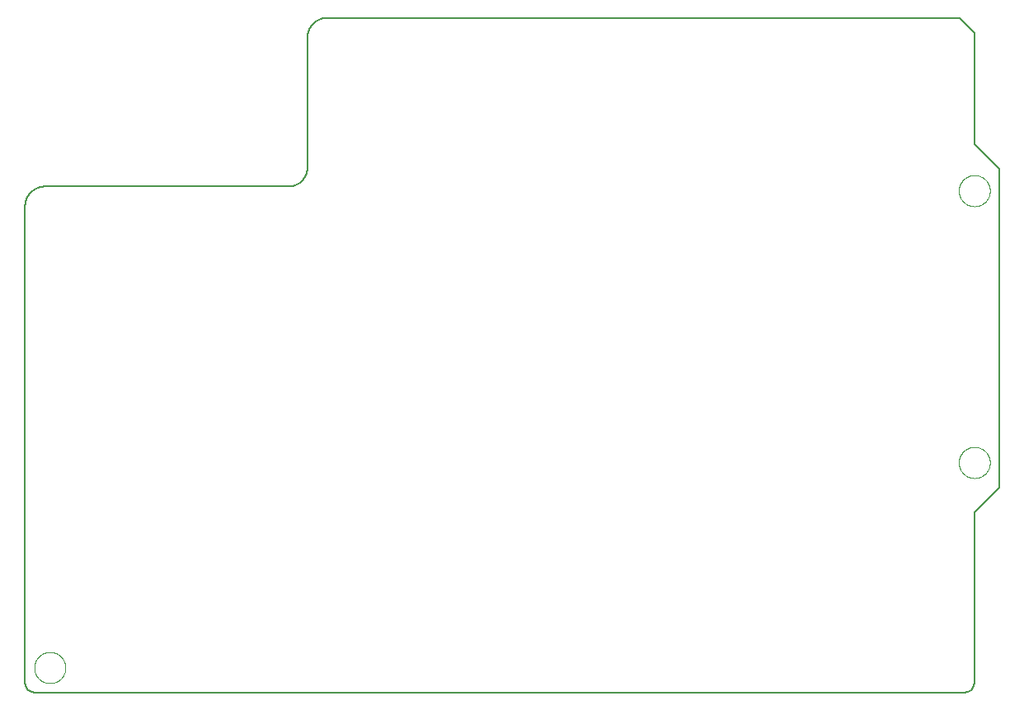
<source format=gbp>
G75*
%MOIN*%
%OFA0B0*%
%FSLAX25Y25*%
%IPPOS*%
%LPD*%
%AMOC8*
5,1,8,0,0,1.08239X$1,22.5*
%
%ADD10C,0.00591*%
%ADD11C,0.00000*%
D10*
X0001500Y0005437D02*
X0001500Y0198350D01*
X0001502Y0198540D01*
X0001509Y0198730D01*
X0001521Y0198920D01*
X0001537Y0199110D01*
X0001557Y0199299D01*
X0001583Y0199488D01*
X0001612Y0199676D01*
X0001647Y0199863D01*
X0001686Y0200049D01*
X0001729Y0200234D01*
X0001777Y0200419D01*
X0001829Y0200602D01*
X0001885Y0200783D01*
X0001946Y0200963D01*
X0002012Y0201142D01*
X0002081Y0201319D01*
X0002155Y0201495D01*
X0002233Y0201668D01*
X0002316Y0201840D01*
X0002402Y0202009D01*
X0002492Y0202177D01*
X0002587Y0202342D01*
X0002685Y0202505D01*
X0002788Y0202665D01*
X0002894Y0202823D01*
X0003004Y0202978D01*
X0003117Y0203131D01*
X0003235Y0203281D01*
X0003356Y0203427D01*
X0003480Y0203571D01*
X0003608Y0203712D01*
X0003739Y0203850D01*
X0003874Y0203985D01*
X0004012Y0204116D01*
X0004153Y0204244D01*
X0004297Y0204368D01*
X0004443Y0204489D01*
X0004593Y0204607D01*
X0004746Y0204720D01*
X0004901Y0204830D01*
X0005059Y0204936D01*
X0005219Y0205039D01*
X0005382Y0205137D01*
X0005547Y0205232D01*
X0005715Y0205322D01*
X0005884Y0205408D01*
X0006056Y0205491D01*
X0006229Y0205569D01*
X0006405Y0205643D01*
X0006582Y0205712D01*
X0006761Y0205778D01*
X0006941Y0205839D01*
X0007122Y0205895D01*
X0007305Y0205947D01*
X0007490Y0205995D01*
X0007675Y0206038D01*
X0007861Y0206077D01*
X0008048Y0206112D01*
X0008236Y0206141D01*
X0008425Y0206167D01*
X0008614Y0206187D01*
X0008804Y0206203D01*
X0008994Y0206215D01*
X0009184Y0206222D01*
X0009374Y0206224D01*
X0107799Y0206224D01*
X0107989Y0206226D01*
X0108179Y0206233D01*
X0108369Y0206245D01*
X0108559Y0206261D01*
X0108748Y0206281D01*
X0108937Y0206307D01*
X0109125Y0206336D01*
X0109312Y0206371D01*
X0109498Y0206410D01*
X0109683Y0206453D01*
X0109868Y0206501D01*
X0110051Y0206553D01*
X0110232Y0206609D01*
X0110412Y0206670D01*
X0110591Y0206736D01*
X0110768Y0206805D01*
X0110944Y0206879D01*
X0111117Y0206957D01*
X0111289Y0207040D01*
X0111458Y0207126D01*
X0111626Y0207216D01*
X0111791Y0207311D01*
X0111954Y0207409D01*
X0112114Y0207512D01*
X0112272Y0207618D01*
X0112427Y0207728D01*
X0112580Y0207841D01*
X0112730Y0207959D01*
X0112876Y0208080D01*
X0113020Y0208204D01*
X0113161Y0208332D01*
X0113299Y0208463D01*
X0113434Y0208598D01*
X0113565Y0208736D01*
X0113693Y0208877D01*
X0113817Y0209021D01*
X0113938Y0209167D01*
X0114056Y0209317D01*
X0114169Y0209470D01*
X0114279Y0209625D01*
X0114385Y0209783D01*
X0114488Y0209943D01*
X0114586Y0210106D01*
X0114681Y0210271D01*
X0114771Y0210439D01*
X0114857Y0210608D01*
X0114940Y0210780D01*
X0115018Y0210953D01*
X0115092Y0211129D01*
X0115161Y0211306D01*
X0115227Y0211485D01*
X0115288Y0211665D01*
X0115344Y0211846D01*
X0115396Y0212029D01*
X0115444Y0212214D01*
X0115487Y0212399D01*
X0115526Y0212585D01*
X0115561Y0212772D01*
X0115590Y0212960D01*
X0115616Y0213149D01*
X0115636Y0213338D01*
X0115652Y0213528D01*
X0115664Y0213718D01*
X0115671Y0213908D01*
X0115673Y0214098D01*
X0115673Y0266618D01*
X0115675Y0266808D01*
X0115682Y0266998D01*
X0115694Y0267188D01*
X0115710Y0267378D01*
X0115730Y0267567D01*
X0115756Y0267756D01*
X0115785Y0267944D01*
X0115820Y0268131D01*
X0115859Y0268317D01*
X0115902Y0268502D01*
X0115950Y0268687D01*
X0116002Y0268870D01*
X0116058Y0269051D01*
X0116119Y0269231D01*
X0116185Y0269410D01*
X0116254Y0269587D01*
X0116328Y0269763D01*
X0116406Y0269936D01*
X0116489Y0270108D01*
X0116575Y0270277D01*
X0116665Y0270445D01*
X0116760Y0270610D01*
X0116858Y0270773D01*
X0116961Y0270933D01*
X0117067Y0271091D01*
X0117177Y0271246D01*
X0117290Y0271399D01*
X0117408Y0271549D01*
X0117529Y0271695D01*
X0117653Y0271839D01*
X0117781Y0271980D01*
X0117912Y0272118D01*
X0118047Y0272253D01*
X0118185Y0272384D01*
X0118326Y0272512D01*
X0118470Y0272636D01*
X0118616Y0272757D01*
X0118766Y0272875D01*
X0118919Y0272988D01*
X0119074Y0273098D01*
X0119232Y0273204D01*
X0119392Y0273307D01*
X0119555Y0273405D01*
X0119720Y0273500D01*
X0119888Y0273590D01*
X0120057Y0273676D01*
X0120229Y0273759D01*
X0120402Y0273837D01*
X0120578Y0273911D01*
X0120755Y0273980D01*
X0120934Y0274046D01*
X0121114Y0274107D01*
X0121295Y0274163D01*
X0121478Y0274215D01*
X0121663Y0274263D01*
X0121848Y0274306D01*
X0122034Y0274345D01*
X0122221Y0274380D01*
X0122409Y0274409D01*
X0122598Y0274435D01*
X0122787Y0274455D01*
X0122977Y0274471D01*
X0123167Y0274483D01*
X0123357Y0274490D01*
X0123547Y0274492D01*
X0379201Y0274492D01*
X0385201Y0268492D01*
X0385201Y0223492D01*
X0395201Y0213492D01*
X0395201Y0084492D01*
X0385201Y0074492D01*
X0385201Y0005437D01*
X0385199Y0005313D01*
X0385193Y0005190D01*
X0385184Y0005066D01*
X0385170Y0004944D01*
X0385153Y0004821D01*
X0385131Y0004699D01*
X0385106Y0004578D01*
X0385077Y0004458D01*
X0385045Y0004339D01*
X0385008Y0004220D01*
X0384968Y0004103D01*
X0384925Y0003988D01*
X0384877Y0003873D01*
X0384826Y0003761D01*
X0384772Y0003650D01*
X0384714Y0003540D01*
X0384653Y0003433D01*
X0384588Y0003327D01*
X0384520Y0003224D01*
X0384449Y0003123D01*
X0384375Y0003024D01*
X0384298Y0002927D01*
X0384217Y0002833D01*
X0384134Y0002742D01*
X0384048Y0002653D01*
X0383959Y0002567D01*
X0383868Y0002484D01*
X0383774Y0002403D01*
X0383677Y0002326D01*
X0383578Y0002252D01*
X0383477Y0002181D01*
X0383374Y0002113D01*
X0383268Y0002048D01*
X0383161Y0001987D01*
X0383051Y0001929D01*
X0382940Y0001875D01*
X0382828Y0001824D01*
X0382713Y0001776D01*
X0382598Y0001733D01*
X0382481Y0001693D01*
X0382362Y0001656D01*
X0382243Y0001624D01*
X0382123Y0001595D01*
X0382002Y0001570D01*
X0381880Y0001548D01*
X0381757Y0001531D01*
X0381635Y0001517D01*
X0381511Y0001508D01*
X0381388Y0001502D01*
X0381264Y0001500D01*
X0005437Y0001500D01*
X0005313Y0001502D01*
X0005190Y0001508D01*
X0005066Y0001517D01*
X0004944Y0001531D01*
X0004821Y0001548D01*
X0004699Y0001570D01*
X0004578Y0001595D01*
X0004458Y0001624D01*
X0004339Y0001656D01*
X0004220Y0001693D01*
X0004103Y0001733D01*
X0003988Y0001776D01*
X0003873Y0001824D01*
X0003761Y0001875D01*
X0003650Y0001929D01*
X0003540Y0001987D01*
X0003433Y0002048D01*
X0003327Y0002113D01*
X0003224Y0002181D01*
X0003123Y0002252D01*
X0003024Y0002326D01*
X0002927Y0002403D01*
X0002833Y0002484D01*
X0002742Y0002567D01*
X0002653Y0002653D01*
X0002567Y0002742D01*
X0002484Y0002833D01*
X0002403Y0002927D01*
X0002326Y0003024D01*
X0002252Y0003123D01*
X0002181Y0003224D01*
X0002113Y0003327D01*
X0002048Y0003433D01*
X0001987Y0003540D01*
X0001929Y0003650D01*
X0001875Y0003761D01*
X0001824Y0003873D01*
X0001776Y0003988D01*
X0001733Y0004103D01*
X0001693Y0004220D01*
X0001656Y0004339D01*
X0001624Y0004458D01*
X0001595Y0004578D01*
X0001570Y0004699D01*
X0001548Y0004821D01*
X0001531Y0004944D01*
X0001517Y0005066D01*
X0001508Y0005190D01*
X0001502Y0005313D01*
X0001500Y0005437D01*
D11*
X0005201Y0011500D02*
X0005203Y0011658D01*
X0005209Y0011816D01*
X0005219Y0011974D01*
X0005233Y0012132D01*
X0005251Y0012289D01*
X0005272Y0012446D01*
X0005298Y0012602D01*
X0005328Y0012758D01*
X0005361Y0012913D01*
X0005399Y0013066D01*
X0005440Y0013219D01*
X0005485Y0013371D01*
X0005534Y0013522D01*
X0005587Y0013671D01*
X0005643Y0013819D01*
X0005703Y0013965D01*
X0005767Y0014110D01*
X0005835Y0014253D01*
X0005906Y0014395D01*
X0005980Y0014535D01*
X0006058Y0014672D01*
X0006140Y0014808D01*
X0006224Y0014942D01*
X0006313Y0015073D01*
X0006404Y0015202D01*
X0006499Y0015329D01*
X0006596Y0015454D01*
X0006697Y0015576D01*
X0006801Y0015695D01*
X0006908Y0015812D01*
X0007018Y0015926D01*
X0007131Y0016037D01*
X0007246Y0016146D01*
X0007364Y0016251D01*
X0007485Y0016353D01*
X0007608Y0016453D01*
X0007734Y0016549D01*
X0007862Y0016642D01*
X0007992Y0016732D01*
X0008125Y0016818D01*
X0008260Y0016902D01*
X0008396Y0016981D01*
X0008535Y0017058D01*
X0008676Y0017130D01*
X0008818Y0017200D01*
X0008962Y0017265D01*
X0009108Y0017327D01*
X0009255Y0017385D01*
X0009404Y0017440D01*
X0009554Y0017491D01*
X0009705Y0017538D01*
X0009857Y0017581D01*
X0010010Y0017620D01*
X0010165Y0017656D01*
X0010320Y0017687D01*
X0010476Y0017715D01*
X0010632Y0017739D01*
X0010789Y0017759D01*
X0010947Y0017775D01*
X0011104Y0017787D01*
X0011263Y0017795D01*
X0011421Y0017799D01*
X0011579Y0017799D01*
X0011737Y0017795D01*
X0011896Y0017787D01*
X0012053Y0017775D01*
X0012211Y0017759D01*
X0012368Y0017739D01*
X0012524Y0017715D01*
X0012680Y0017687D01*
X0012835Y0017656D01*
X0012990Y0017620D01*
X0013143Y0017581D01*
X0013295Y0017538D01*
X0013446Y0017491D01*
X0013596Y0017440D01*
X0013745Y0017385D01*
X0013892Y0017327D01*
X0014038Y0017265D01*
X0014182Y0017200D01*
X0014324Y0017130D01*
X0014465Y0017058D01*
X0014604Y0016981D01*
X0014740Y0016902D01*
X0014875Y0016818D01*
X0015008Y0016732D01*
X0015138Y0016642D01*
X0015266Y0016549D01*
X0015392Y0016453D01*
X0015515Y0016353D01*
X0015636Y0016251D01*
X0015754Y0016146D01*
X0015869Y0016037D01*
X0015982Y0015926D01*
X0016092Y0015812D01*
X0016199Y0015695D01*
X0016303Y0015576D01*
X0016404Y0015454D01*
X0016501Y0015329D01*
X0016596Y0015202D01*
X0016687Y0015073D01*
X0016776Y0014942D01*
X0016860Y0014808D01*
X0016942Y0014672D01*
X0017020Y0014535D01*
X0017094Y0014395D01*
X0017165Y0014253D01*
X0017233Y0014110D01*
X0017297Y0013965D01*
X0017357Y0013819D01*
X0017413Y0013671D01*
X0017466Y0013522D01*
X0017515Y0013371D01*
X0017560Y0013219D01*
X0017601Y0013066D01*
X0017639Y0012913D01*
X0017672Y0012758D01*
X0017702Y0012602D01*
X0017728Y0012446D01*
X0017749Y0012289D01*
X0017767Y0012132D01*
X0017781Y0011974D01*
X0017791Y0011816D01*
X0017797Y0011658D01*
X0017799Y0011500D01*
X0017797Y0011342D01*
X0017791Y0011184D01*
X0017781Y0011026D01*
X0017767Y0010868D01*
X0017749Y0010711D01*
X0017728Y0010554D01*
X0017702Y0010398D01*
X0017672Y0010242D01*
X0017639Y0010087D01*
X0017601Y0009934D01*
X0017560Y0009781D01*
X0017515Y0009629D01*
X0017466Y0009478D01*
X0017413Y0009329D01*
X0017357Y0009181D01*
X0017297Y0009035D01*
X0017233Y0008890D01*
X0017165Y0008747D01*
X0017094Y0008605D01*
X0017020Y0008465D01*
X0016942Y0008328D01*
X0016860Y0008192D01*
X0016776Y0008058D01*
X0016687Y0007927D01*
X0016596Y0007798D01*
X0016501Y0007671D01*
X0016404Y0007546D01*
X0016303Y0007424D01*
X0016199Y0007305D01*
X0016092Y0007188D01*
X0015982Y0007074D01*
X0015869Y0006963D01*
X0015754Y0006854D01*
X0015636Y0006749D01*
X0015515Y0006647D01*
X0015392Y0006547D01*
X0015266Y0006451D01*
X0015138Y0006358D01*
X0015008Y0006268D01*
X0014875Y0006182D01*
X0014740Y0006098D01*
X0014604Y0006019D01*
X0014465Y0005942D01*
X0014324Y0005870D01*
X0014182Y0005800D01*
X0014038Y0005735D01*
X0013892Y0005673D01*
X0013745Y0005615D01*
X0013596Y0005560D01*
X0013446Y0005509D01*
X0013295Y0005462D01*
X0013143Y0005419D01*
X0012990Y0005380D01*
X0012835Y0005344D01*
X0012680Y0005313D01*
X0012524Y0005285D01*
X0012368Y0005261D01*
X0012211Y0005241D01*
X0012053Y0005225D01*
X0011896Y0005213D01*
X0011737Y0005205D01*
X0011579Y0005201D01*
X0011421Y0005201D01*
X0011263Y0005205D01*
X0011104Y0005213D01*
X0010947Y0005225D01*
X0010789Y0005241D01*
X0010632Y0005261D01*
X0010476Y0005285D01*
X0010320Y0005313D01*
X0010165Y0005344D01*
X0010010Y0005380D01*
X0009857Y0005419D01*
X0009705Y0005462D01*
X0009554Y0005509D01*
X0009404Y0005560D01*
X0009255Y0005615D01*
X0009108Y0005673D01*
X0008962Y0005735D01*
X0008818Y0005800D01*
X0008676Y0005870D01*
X0008535Y0005942D01*
X0008396Y0006019D01*
X0008260Y0006098D01*
X0008125Y0006182D01*
X0007992Y0006268D01*
X0007862Y0006358D01*
X0007734Y0006451D01*
X0007608Y0006547D01*
X0007485Y0006647D01*
X0007364Y0006749D01*
X0007246Y0006854D01*
X0007131Y0006963D01*
X0007018Y0007074D01*
X0006908Y0007188D01*
X0006801Y0007305D01*
X0006697Y0007424D01*
X0006596Y0007546D01*
X0006499Y0007671D01*
X0006404Y0007798D01*
X0006313Y0007927D01*
X0006224Y0008058D01*
X0006140Y0008192D01*
X0006058Y0008328D01*
X0005980Y0008465D01*
X0005906Y0008605D01*
X0005835Y0008747D01*
X0005767Y0008890D01*
X0005703Y0009035D01*
X0005643Y0009181D01*
X0005587Y0009329D01*
X0005534Y0009478D01*
X0005485Y0009629D01*
X0005440Y0009781D01*
X0005399Y0009934D01*
X0005361Y0010087D01*
X0005328Y0010242D01*
X0005298Y0010398D01*
X0005272Y0010554D01*
X0005251Y0010711D01*
X0005233Y0010868D01*
X0005219Y0011026D01*
X0005209Y0011184D01*
X0005203Y0011342D01*
X0005201Y0011500D01*
X0378981Y0094492D02*
X0378983Y0094650D01*
X0378989Y0094808D01*
X0378999Y0094966D01*
X0379013Y0095124D01*
X0379031Y0095281D01*
X0379052Y0095438D01*
X0379078Y0095594D01*
X0379108Y0095750D01*
X0379141Y0095905D01*
X0379179Y0096058D01*
X0379220Y0096211D01*
X0379265Y0096363D01*
X0379314Y0096514D01*
X0379367Y0096663D01*
X0379423Y0096811D01*
X0379483Y0096957D01*
X0379547Y0097102D01*
X0379615Y0097245D01*
X0379686Y0097387D01*
X0379760Y0097527D01*
X0379838Y0097664D01*
X0379920Y0097800D01*
X0380004Y0097934D01*
X0380093Y0098065D01*
X0380184Y0098194D01*
X0380279Y0098321D01*
X0380376Y0098446D01*
X0380477Y0098568D01*
X0380581Y0098687D01*
X0380688Y0098804D01*
X0380798Y0098918D01*
X0380911Y0099029D01*
X0381026Y0099138D01*
X0381144Y0099243D01*
X0381265Y0099345D01*
X0381388Y0099445D01*
X0381514Y0099541D01*
X0381642Y0099634D01*
X0381772Y0099724D01*
X0381905Y0099810D01*
X0382040Y0099894D01*
X0382176Y0099973D01*
X0382315Y0100050D01*
X0382456Y0100122D01*
X0382598Y0100192D01*
X0382742Y0100257D01*
X0382888Y0100319D01*
X0383035Y0100377D01*
X0383184Y0100432D01*
X0383334Y0100483D01*
X0383485Y0100530D01*
X0383637Y0100573D01*
X0383790Y0100612D01*
X0383945Y0100648D01*
X0384100Y0100679D01*
X0384256Y0100707D01*
X0384412Y0100731D01*
X0384569Y0100751D01*
X0384727Y0100767D01*
X0384884Y0100779D01*
X0385043Y0100787D01*
X0385201Y0100791D01*
X0385359Y0100791D01*
X0385517Y0100787D01*
X0385676Y0100779D01*
X0385833Y0100767D01*
X0385991Y0100751D01*
X0386148Y0100731D01*
X0386304Y0100707D01*
X0386460Y0100679D01*
X0386615Y0100648D01*
X0386770Y0100612D01*
X0386923Y0100573D01*
X0387075Y0100530D01*
X0387226Y0100483D01*
X0387376Y0100432D01*
X0387525Y0100377D01*
X0387672Y0100319D01*
X0387818Y0100257D01*
X0387962Y0100192D01*
X0388104Y0100122D01*
X0388245Y0100050D01*
X0388384Y0099973D01*
X0388520Y0099894D01*
X0388655Y0099810D01*
X0388788Y0099724D01*
X0388918Y0099634D01*
X0389046Y0099541D01*
X0389172Y0099445D01*
X0389295Y0099345D01*
X0389416Y0099243D01*
X0389534Y0099138D01*
X0389649Y0099029D01*
X0389762Y0098918D01*
X0389872Y0098804D01*
X0389979Y0098687D01*
X0390083Y0098568D01*
X0390184Y0098446D01*
X0390281Y0098321D01*
X0390376Y0098194D01*
X0390467Y0098065D01*
X0390556Y0097934D01*
X0390640Y0097800D01*
X0390722Y0097664D01*
X0390800Y0097527D01*
X0390874Y0097387D01*
X0390945Y0097245D01*
X0391013Y0097102D01*
X0391077Y0096957D01*
X0391137Y0096811D01*
X0391193Y0096663D01*
X0391246Y0096514D01*
X0391295Y0096363D01*
X0391340Y0096211D01*
X0391381Y0096058D01*
X0391419Y0095905D01*
X0391452Y0095750D01*
X0391482Y0095594D01*
X0391508Y0095438D01*
X0391529Y0095281D01*
X0391547Y0095124D01*
X0391561Y0094966D01*
X0391571Y0094808D01*
X0391577Y0094650D01*
X0391579Y0094492D01*
X0391577Y0094334D01*
X0391571Y0094176D01*
X0391561Y0094018D01*
X0391547Y0093860D01*
X0391529Y0093703D01*
X0391508Y0093546D01*
X0391482Y0093390D01*
X0391452Y0093234D01*
X0391419Y0093079D01*
X0391381Y0092926D01*
X0391340Y0092773D01*
X0391295Y0092621D01*
X0391246Y0092470D01*
X0391193Y0092321D01*
X0391137Y0092173D01*
X0391077Y0092027D01*
X0391013Y0091882D01*
X0390945Y0091739D01*
X0390874Y0091597D01*
X0390800Y0091457D01*
X0390722Y0091320D01*
X0390640Y0091184D01*
X0390556Y0091050D01*
X0390467Y0090919D01*
X0390376Y0090790D01*
X0390281Y0090663D01*
X0390184Y0090538D01*
X0390083Y0090416D01*
X0389979Y0090297D01*
X0389872Y0090180D01*
X0389762Y0090066D01*
X0389649Y0089955D01*
X0389534Y0089846D01*
X0389416Y0089741D01*
X0389295Y0089639D01*
X0389172Y0089539D01*
X0389046Y0089443D01*
X0388918Y0089350D01*
X0388788Y0089260D01*
X0388655Y0089174D01*
X0388520Y0089090D01*
X0388384Y0089011D01*
X0388245Y0088934D01*
X0388104Y0088862D01*
X0387962Y0088792D01*
X0387818Y0088727D01*
X0387672Y0088665D01*
X0387525Y0088607D01*
X0387376Y0088552D01*
X0387226Y0088501D01*
X0387075Y0088454D01*
X0386923Y0088411D01*
X0386770Y0088372D01*
X0386615Y0088336D01*
X0386460Y0088305D01*
X0386304Y0088277D01*
X0386148Y0088253D01*
X0385991Y0088233D01*
X0385833Y0088217D01*
X0385676Y0088205D01*
X0385517Y0088197D01*
X0385359Y0088193D01*
X0385201Y0088193D01*
X0385043Y0088197D01*
X0384884Y0088205D01*
X0384727Y0088217D01*
X0384569Y0088233D01*
X0384412Y0088253D01*
X0384256Y0088277D01*
X0384100Y0088305D01*
X0383945Y0088336D01*
X0383790Y0088372D01*
X0383637Y0088411D01*
X0383485Y0088454D01*
X0383334Y0088501D01*
X0383184Y0088552D01*
X0383035Y0088607D01*
X0382888Y0088665D01*
X0382742Y0088727D01*
X0382598Y0088792D01*
X0382456Y0088862D01*
X0382315Y0088934D01*
X0382176Y0089011D01*
X0382040Y0089090D01*
X0381905Y0089174D01*
X0381772Y0089260D01*
X0381642Y0089350D01*
X0381514Y0089443D01*
X0381388Y0089539D01*
X0381265Y0089639D01*
X0381144Y0089741D01*
X0381026Y0089846D01*
X0380911Y0089955D01*
X0380798Y0090066D01*
X0380688Y0090180D01*
X0380581Y0090297D01*
X0380477Y0090416D01*
X0380376Y0090538D01*
X0380279Y0090663D01*
X0380184Y0090790D01*
X0380093Y0090919D01*
X0380004Y0091050D01*
X0379920Y0091184D01*
X0379838Y0091320D01*
X0379760Y0091457D01*
X0379686Y0091597D01*
X0379615Y0091739D01*
X0379547Y0091882D01*
X0379483Y0092027D01*
X0379423Y0092173D01*
X0379367Y0092321D01*
X0379314Y0092470D01*
X0379265Y0092621D01*
X0379220Y0092773D01*
X0379179Y0092926D01*
X0379141Y0093079D01*
X0379108Y0093234D01*
X0379078Y0093390D01*
X0379052Y0093546D01*
X0379031Y0093703D01*
X0379013Y0093860D01*
X0378999Y0094018D01*
X0378989Y0094176D01*
X0378983Y0094334D01*
X0378981Y0094492D01*
X0378981Y0204492D02*
X0378983Y0204650D01*
X0378989Y0204808D01*
X0378999Y0204966D01*
X0379013Y0205124D01*
X0379031Y0205281D01*
X0379052Y0205438D01*
X0379078Y0205594D01*
X0379108Y0205750D01*
X0379141Y0205905D01*
X0379179Y0206058D01*
X0379220Y0206211D01*
X0379265Y0206363D01*
X0379314Y0206514D01*
X0379367Y0206663D01*
X0379423Y0206811D01*
X0379483Y0206957D01*
X0379547Y0207102D01*
X0379615Y0207245D01*
X0379686Y0207387D01*
X0379760Y0207527D01*
X0379838Y0207664D01*
X0379920Y0207800D01*
X0380004Y0207934D01*
X0380093Y0208065D01*
X0380184Y0208194D01*
X0380279Y0208321D01*
X0380376Y0208446D01*
X0380477Y0208568D01*
X0380581Y0208687D01*
X0380688Y0208804D01*
X0380798Y0208918D01*
X0380911Y0209029D01*
X0381026Y0209138D01*
X0381144Y0209243D01*
X0381265Y0209345D01*
X0381388Y0209445D01*
X0381514Y0209541D01*
X0381642Y0209634D01*
X0381772Y0209724D01*
X0381905Y0209810D01*
X0382040Y0209894D01*
X0382176Y0209973D01*
X0382315Y0210050D01*
X0382456Y0210122D01*
X0382598Y0210192D01*
X0382742Y0210257D01*
X0382888Y0210319D01*
X0383035Y0210377D01*
X0383184Y0210432D01*
X0383334Y0210483D01*
X0383485Y0210530D01*
X0383637Y0210573D01*
X0383790Y0210612D01*
X0383945Y0210648D01*
X0384100Y0210679D01*
X0384256Y0210707D01*
X0384412Y0210731D01*
X0384569Y0210751D01*
X0384727Y0210767D01*
X0384884Y0210779D01*
X0385043Y0210787D01*
X0385201Y0210791D01*
X0385359Y0210791D01*
X0385517Y0210787D01*
X0385676Y0210779D01*
X0385833Y0210767D01*
X0385991Y0210751D01*
X0386148Y0210731D01*
X0386304Y0210707D01*
X0386460Y0210679D01*
X0386615Y0210648D01*
X0386770Y0210612D01*
X0386923Y0210573D01*
X0387075Y0210530D01*
X0387226Y0210483D01*
X0387376Y0210432D01*
X0387525Y0210377D01*
X0387672Y0210319D01*
X0387818Y0210257D01*
X0387962Y0210192D01*
X0388104Y0210122D01*
X0388245Y0210050D01*
X0388384Y0209973D01*
X0388520Y0209894D01*
X0388655Y0209810D01*
X0388788Y0209724D01*
X0388918Y0209634D01*
X0389046Y0209541D01*
X0389172Y0209445D01*
X0389295Y0209345D01*
X0389416Y0209243D01*
X0389534Y0209138D01*
X0389649Y0209029D01*
X0389762Y0208918D01*
X0389872Y0208804D01*
X0389979Y0208687D01*
X0390083Y0208568D01*
X0390184Y0208446D01*
X0390281Y0208321D01*
X0390376Y0208194D01*
X0390467Y0208065D01*
X0390556Y0207934D01*
X0390640Y0207800D01*
X0390722Y0207664D01*
X0390800Y0207527D01*
X0390874Y0207387D01*
X0390945Y0207245D01*
X0391013Y0207102D01*
X0391077Y0206957D01*
X0391137Y0206811D01*
X0391193Y0206663D01*
X0391246Y0206514D01*
X0391295Y0206363D01*
X0391340Y0206211D01*
X0391381Y0206058D01*
X0391419Y0205905D01*
X0391452Y0205750D01*
X0391482Y0205594D01*
X0391508Y0205438D01*
X0391529Y0205281D01*
X0391547Y0205124D01*
X0391561Y0204966D01*
X0391571Y0204808D01*
X0391577Y0204650D01*
X0391579Y0204492D01*
X0391577Y0204334D01*
X0391571Y0204176D01*
X0391561Y0204018D01*
X0391547Y0203860D01*
X0391529Y0203703D01*
X0391508Y0203546D01*
X0391482Y0203390D01*
X0391452Y0203234D01*
X0391419Y0203079D01*
X0391381Y0202926D01*
X0391340Y0202773D01*
X0391295Y0202621D01*
X0391246Y0202470D01*
X0391193Y0202321D01*
X0391137Y0202173D01*
X0391077Y0202027D01*
X0391013Y0201882D01*
X0390945Y0201739D01*
X0390874Y0201597D01*
X0390800Y0201457D01*
X0390722Y0201320D01*
X0390640Y0201184D01*
X0390556Y0201050D01*
X0390467Y0200919D01*
X0390376Y0200790D01*
X0390281Y0200663D01*
X0390184Y0200538D01*
X0390083Y0200416D01*
X0389979Y0200297D01*
X0389872Y0200180D01*
X0389762Y0200066D01*
X0389649Y0199955D01*
X0389534Y0199846D01*
X0389416Y0199741D01*
X0389295Y0199639D01*
X0389172Y0199539D01*
X0389046Y0199443D01*
X0388918Y0199350D01*
X0388788Y0199260D01*
X0388655Y0199174D01*
X0388520Y0199090D01*
X0388384Y0199011D01*
X0388245Y0198934D01*
X0388104Y0198862D01*
X0387962Y0198792D01*
X0387818Y0198727D01*
X0387672Y0198665D01*
X0387525Y0198607D01*
X0387376Y0198552D01*
X0387226Y0198501D01*
X0387075Y0198454D01*
X0386923Y0198411D01*
X0386770Y0198372D01*
X0386615Y0198336D01*
X0386460Y0198305D01*
X0386304Y0198277D01*
X0386148Y0198253D01*
X0385991Y0198233D01*
X0385833Y0198217D01*
X0385676Y0198205D01*
X0385517Y0198197D01*
X0385359Y0198193D01*
X0385201Y0198193D01*
X0385043Y0198197D01*
X0384884Y0198205D01*
X0384727Y0198217D01*
X0384569Y0198233D01*
X0384412Y0198253D01*
X0384256Y0198277D01*
X0384100Y0198305D01*
X0383945Y0198336D01*
X0383790Y0198372D01*
X0383637Y0198411D01*
X0383485Y0198454D01*
X0383334Y0198501D01*
X0383184Y0198552D01*
X0383035Y0198607D01*
X0382888Y0198665D01*
X0382742Y0198727D01*
X0382598Y0198792D01*
X0382456Y0198862D01*
X0382315Y0198934D01*
X0382176Y0199011D01*
X0382040Y0199090D01*
X0381905Y0199174D01*
X0381772Y0199260D01*
X0381642Y0199350D01*
X0381514Y0199443D01*
X0381388Y0199539D01*
X0381265Y0199639D01*
X0381144Y0199741D01*
X0381026Y0199846D01*
X0380911Y0199955D01*
X0380798Y0200066D01*
X0380688Y0200180D01*
X0380581Y0200297D01*
X0380477Y0200416D01*
X0380376Y0200538D01*
X0380279Y0200663D01*
X0380184Y0200790D01*
X0380093Y0200919D01*
X0380004Y0201050D01*
X0379920Y0201184D01*
X0379838Y0201320D01*
X0379760Y0201457D01*
X0379686Y0201597D01*
X0379615Y0201739D01*
X0379547Y0201882D01*
X0379483Y0202027D01*
X0379423Y0202173D01*
X0379367Y0202321D01*
X0379314Y0202470D01*
X0379265Y0202621D01*
X0379220Y0202773D01*
X0379179Y0202926D01*
X0379141Y0203079D01*
X0379108Y0203234D01*
X0379078Y0203390D01*
X0379052Y0203546D01*
X0379031Y0203703D01*
X0379013Y0203860D01*
X0378999Y0204018D01*
X0378989Y0204176D01*
X0378983Y0204334D01*
X0378981Y0204492D01*
M02*

</source>
